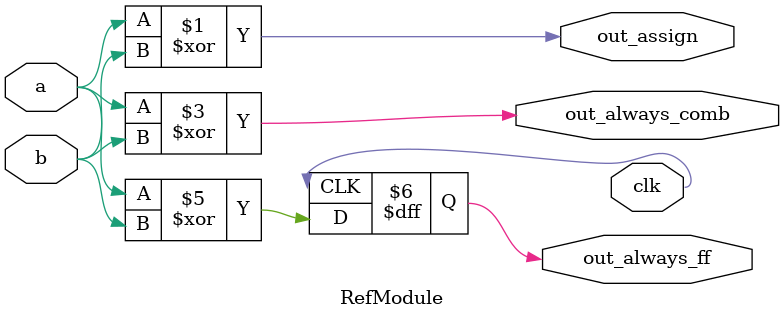
<source format=sv>

module RefModule (
  output clk,
  input a,
  input b,
  output out_assign,
  output reg out_always_comb,
  output reg out_always_ff
);

  assign out_assign = a ^ b;
  always @(*) out_always_comb = a ^ b;
  always @(posedge clk) out_always_ff <= a ^ b;

endmodule


</source>
